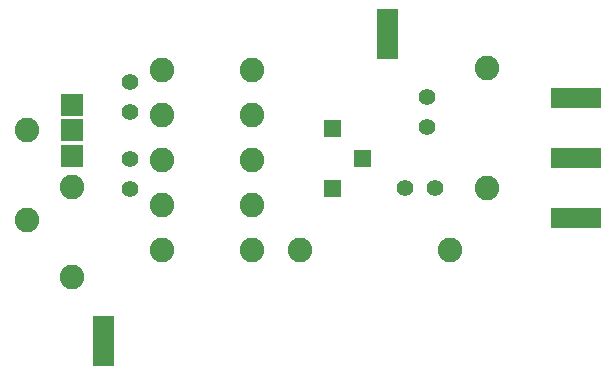
<source format=gts>
G04 Layer: TopSolderMaskLayer*
G04 EasyEDA v6.4.7, 2020-09-29T10:47:40+03:00*
G04 c168c89dab9346539a0f0a4d02725cba,e225996ff9fb4a0db64c6d6541834e49,10*
G04 Gerber Generator version 0.2*
G04 Scale: 100 percent, Rotated: No, Reflected: No *
G04 Dimensions in millimeters *
G04 leading zeros omitted , absolute positions ,3 integer and 3 decimal *
%FSLAX33Y33*%
%MOMM*%
G90*
D02*

%ADD26R,4.267200X1.727200*%
%ADD27C,1.397000*%
%ADD28C,2.082800*%

%LPD*%
G36*
G01X56100Y873D02*
G01X56100Y5140D01*
G01X57828Y5140D01*
G01X57828Y873D01*
G01X56100Y873D01*
G37*
G36*
G01X94863Y22717D02*
G01X94863Y24444D01*
G01X99131Y24444D01*
G01X99131Y22717D01*
G01X94863Y22717D01*
G37*
G36*
G01X80170Y26857D02*
G01X80170Y31125D01*
G01X81897Y31125D01*
G01X81897Y26857D01*
G01X80170Y26857D01*
G37*
G54D27*
G01X82476Y15930D03*
G01X85016Y15930D03*
G01X84386Y23619D03*
G01X84386Y21079D03*
G54D28*
G01X61930Y22138D03*
G01X69550Y22138D03*
G01X61902Y25961D03*
G01X69522Y25961D03*
G01X69550Y18328D03*
G01X61930Y18328D03*
G54D27*
G01X59220Y15857D03*
G01X59220Y18397D03*
G54D28*
G01X69550Y14518D03*
G01X61930Y14518D03*
G01X54302Y8387D03*
G01X54302Y16007D03*
G01X69550Y10708D03*
G01X61930Y10708D03*
G54D27*
G01X59209Y22367D03*
G01X59209Y24907D03*
G36*
G01X75658Y15224D02*
G01X75658Y16639D01*
G01X77073Y16639D01*
G01X77073Y15224D01*
G01X75658Y15224D01*
G37*
G36*
G01X78198Y17764D02*
G01X78198Y19179D01*
G01X79613Y19179D01*
G01X79613Y17764D01*
G01X78198Y17764D01*
G37*
G36*
G01X75658Y20304D02*
G01X75658Y21719D01*
G01X77073Y21719D01*
G01X77073Y20304D01*
G01X75658Y20304D01*
G37*
G54D28*
G01X50502Y13246D03*
G01X50502Y20866D03*
G36*
G01X53365Y22059D02*
G01X53365Y23939D01*
G01X55245Y23939D01*
G01X55245Y22059D01*
G01X53365Y22059D01*
G37*
G36*
G01X53365Y19900D02*
G01X53365Y21780D01*
G01X55245Y21780D01*
G01X55245Y19900D01*
G01X53365Y19900D01*
G37*
G36*
G01X53365Y17741D02*
G01X53365Y19621D01*
G01X55245Y19621D01*
G01X55245Y17741D01*
G01X53365Y17741D01*
G37*
G54D26*
G01X96997Y13390D03*
G01X96997Y18470D03*
G54D28*
G01X73649Y10708D03*
G01X86349Y10708D03*
G01X89415Y26100D03*
G01X89415Y15930D03*
M00*
M02*

</source>
